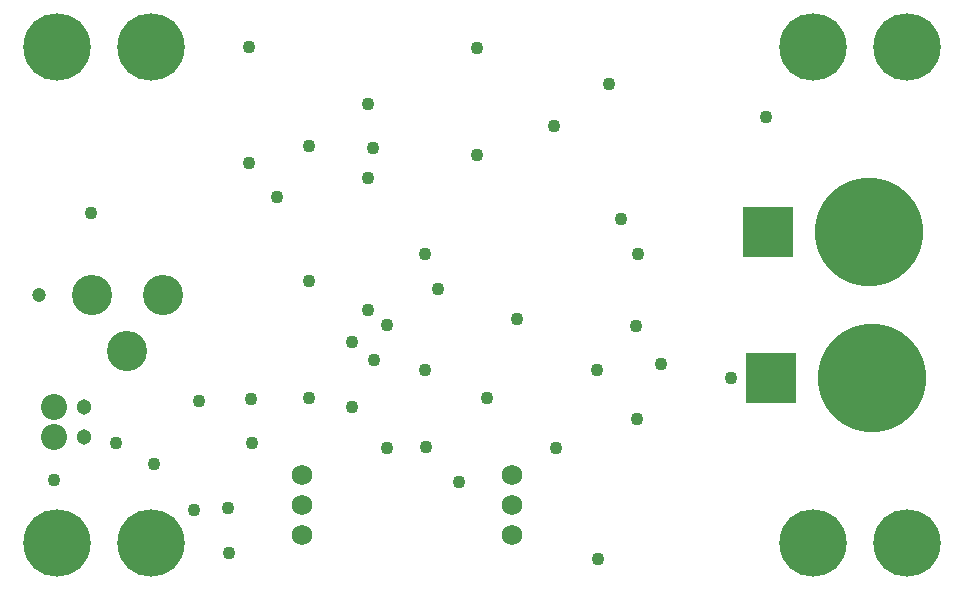
<source format=gbs>
G04 Layer_Color=16711935*
%FSLAX25Y25*%
%MOIN*%
G70*
G01*
G75*
%ADD78C,0.06800*%
%ADD79C,0.36233*%
%ADD80C,0.22453*%
%ADD81C,0.08674*%
%ADD82C,0.05131*%
%ADD83C,0.13398*%
%ADD84C,0.04737*%
%ADD85C,0.04343*%
%ADD86R,0.16548X0.16548*%
D78*
X167421Y28642D02*
D03*
Y18642D02*
D03*
Y38642D02*
D03*
X97638Y28642D02*
D03*
Y38642D02*
D03*
Y18642D02*
D03*
D79*
X287402Y70866D02*
D03*
X286417Y119390D02*
D03*
D80*
X15748Y15748D02*
D03*
X299213D02*
D03*
Y181102D02*
D03*
X15748D02*
D03*
X47244D02*
D03*
Y15748D02*
D03*
X267717Y181102D02*
D03*
Y15748D02*
D03*
D81*
X14961Y61201D02*
D03*
Y51201D02*
D03*
D82*
X24961Y61201D02*
D03*
Y51201D02*
D03*
D83*
X51083Y98425D02*
D03*
X39272Y79921D02*
D03*
X27461Y98425D02*
D03*
D84*
X9744D02*
D03*
D85*
X182283Y47539D02*
D03*
X208858Y88090D02*
D03*
X209252Y57284D02*
D03*
X99803Y64244D02*
D03*
X79783Y181102D02*
D03*
X79878Y142584D02*
D03*
X89173Y131299D02*
D03*
X99888Y103234D02*
D03*
Y148000D02*
D03*
X80807Y49213D02*
D03*
X138681Y112205D02*
D03*
X142709Y100598D02*
D03*
X114075Y61122D02*
D03*
X138878Y47835D02*
D03*
X138583Y73425D02*
D03*
X195890Y73500D02*
D03*
X169095Y90551D02*
D03*
X35433Y49213D02*
D03*
X14961Y36713D02*
D03*
X27362Y125886D02*
D03*
X209646Y112303D02*
D03*
X80701Y63878D02*
D03*
X159055Y64075D02*
D03*
X114075Y82874D02*
D03*
X125787Y88484D02*
D03*
X121063Y147539D02*
D03*
X181496Y154921D02*
D03*
X119685Y162205D02*
D03*
X240453Y70866D02*
D03*
X121555Y76968D02*
D03*
X125787Y47441D02*
D03*
X63189Y62992D02*
D03*
X149902Y36024D02*
D03*
X119488Y93504D02*
D03*
Y137598D02*
D03*
X155905Y145079D02*
D03*
X155709Y180905D02*
D03*
X72933Y27362D02*
D03*
X61614Y26969D02*
D03*
X217126Y75394D02*
D03*
X196161Y10630D02*
D03*
X73130Y12500D02*
D03*
X48327Y42126D02*
D03*
X252067Y157776D02*
D03*
X199902Y168701D02*
D03*
X203740Y123819D02*
D03*
D86*
X253937Y70866D02*
D03*
X252953Y119390D02*
D03*
M02*

</source>
